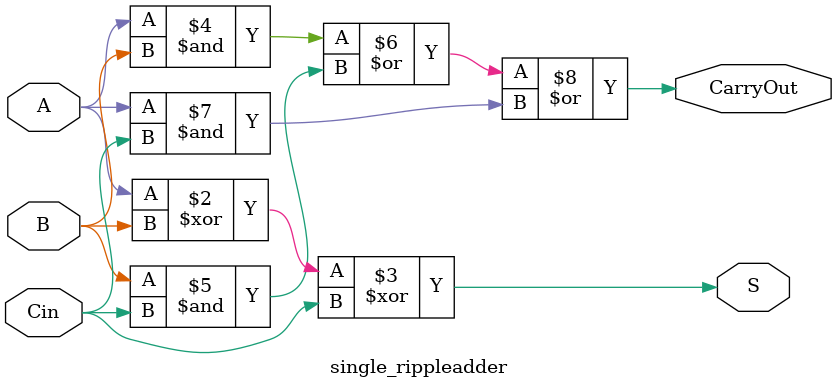
<source format=sv>
module single_rippleadder (input logic A, B, Cin,
									output logic S, CarryOut);
	always_comb
	begin
		S = A ^ B ^ Cin;
		CarryOut = (A&B) | (B&Cin) | (A&Cin);
	end
	
endmodule

</source>
